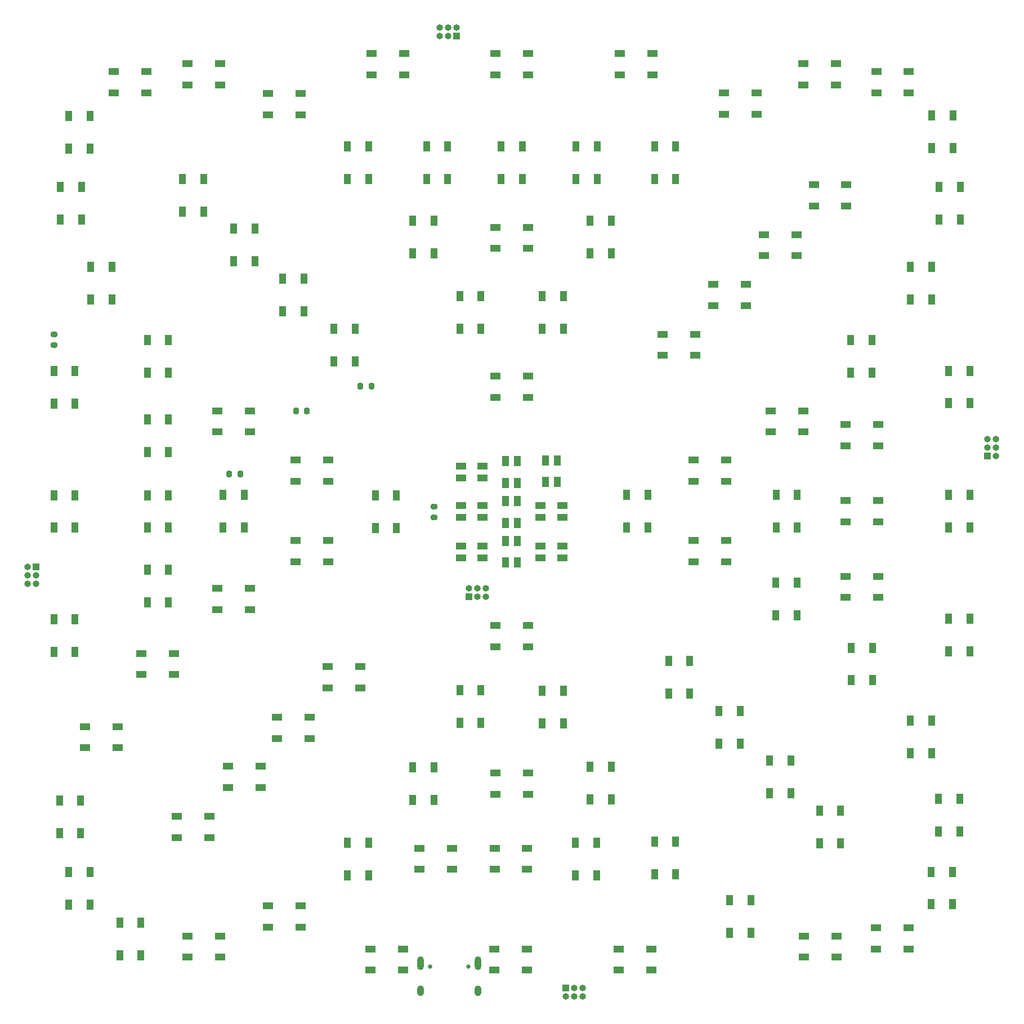
<source format=gbr>
%TF.GenerationSoftware,KiCad,Pcbnew,(6.0.6)*%
%TF.CreationDate,2022-06-29T12:44:08+02:00*%
%TF.ProjectId,CNLJS,434e4c4a-532e-46b6-9963-61645f706362,rev?*%
%TF.SameCoordinates,Original*%
%TF.FileFunction,Soldermask,Top*%
%TF.FilePolarity,Negative*%
%FSLAX46Y46*%
G04 Gerber Fmt 4.6, Leading zero omitted, Abs format (unit mm)*
G04 Created by KiCad (PCBNEW (6.0.6)) date 2022-06-29 12:44:08*
%MOMM*%
%LPD*%
G01*
G04 APERTURE LIST*
G04 Aperture macros list*
%AMRoundRect*
0 Rectangle with rounded corners*
0 $1 Rounding radius*
0 $2 $3 $4 $5 $6 $7 $8 $9 X,Y pos of 4 corners*
0 Add a 4 corners polygon primitive as box body*
4,1,4,$2,$3,$4,$5,$6,$7,$8,$9,$2,$3,0*
0 Add four circle primitives for the rounded corners*
1,1,$1+$1,$2,$3*
1,1,$1+$1,$4,$5*
1,1,$1+$1,$6,$7*
1,1,$1+$1,$8,$9*
0 Add four rect primitives between the rounded corners*
20,1,$1+$1,$2,$3,$4,$5,0*
20,1,$1+$1,$4,$5,$6,$7,0*
20,1,$1+$1,$6,$7,$8,$9,0*
20,1,$1+$1,$8,$9,$2,$3,0*%
G04 Aperture macros list end*
%ADD10R,1.000000X1.500000*%
%ADD11R,1.500000X1.000000*%
%ADD12R,1.500000X1.100000*%
%ADD13RoundRect,0.200000X-0.275000X0.200000X-0.275000X-0.200000X0.275000X-0.200000X0.275000X0.200000X0*%
%ADD14R,1.100000X1.500000*%
%ADD15R,1.000000X1.000000*%
%ADD16O,1.000000X1.000000*%
%ADD17RoundRect,0.200000X0.200000X0.275000X-0.200000X0.275000X-0.200000X-0.275000X0.200000X-0.275000X0*%
%ADD18RoundRect,0.200000X0.275000X-0.200000X0.275000X0.200000X-0.275000X0.200000X-0.275000X-0.200000X0*%
%ADD19C,0.650000*%
%ADD20O,1.000000X2.100000*%
%ADD21O,1.000000X1.600000*%
G04 APERTURE END LIST*
D10*
%TO.C,POS24*%
X155549995Y-38000000D03*
X152349995Y-38000000D03*
X152349995Y-42900000D03*
X155549995Y-42900000D03*
%TD*%
D11*
%TO.C,FIN8*%
X193000000Y-46950000D03*
X193000000Y-43750000D03*
X188100000Y-43750000D03*
X188100000Y-46950000D03*
%TD*%
%TO.C,POS81*%
X103300000Y-107650000D03*
X103300000Y-104450000D03*
X98400000Y-104450000D03*
X98400000Y-107650000D03*
%TD*%
%TO.C,POS58*%
X174900000Y-100450000D03*
X174900000Y-97250000D03*
X170000000Y-97250000D03*
X170000000Y-100450000D03*
%TD*%
D10*
%TO.C,POS61*%
X202649996Y-129300000D03*
X205849996Y-129300000D03*
X205849996Y-124400000D03*
X202649996Y-124400000D03*
%TD*%
%TO.C,FIN10*%
X173850000Y-127800000D03*
X177050000Y-127800000D03*
X177050000Y-122900000D03*
X173850000Y-122900000D03*
%TD*%
%TO.C,POS30*%
X152249995Y-147599996D03*
X155449995Y-147599996D03*
X155449995Y-142699996D03*
X152249995Y-142699996D03*
%TD*%
D12*
%TO.C,LED7*%
X135009992Y-98068851D03*
X135009992Y-99848851D03*
X138289992Y-99848851D03*
X138289992Y-98068851D03*
%TD*%
D10*
%TO.C,POS66*%
X178650000Y-151400000D03*
X175450000Y-151400000D03*
X175450000Y-156300000D03*
X178650000Y-156300000D03*
%TD*%
D11*
%TO.C,POS29*%
X140199992Y-132232315D03*
X140199992Y-135432315D03*
X145099992Y-135432315D03*
X145099992Y-132232315D03*
%TD*%
D10*
%TO.C,FIN12*%
X188950000Y-142800000D03*
X192150000Y-142800000D03*
X192150000Y-137900000D03*
X188950000Y-137900000D03*
%TD*%
%TO.C,POS78*%
X77850000Y-136400000D03*
X74650000Y-136400000D03*
X74650000Y-141300000D03*
X77850000Y-141300000D03*
%TD*%
%TO.C,POS71*%
X134850000Y-124700000D03*
X138050000Y-124700000D03*
X138050000Y-119800000D03*
X134850000Y-119800000D03*
%TD*%
D11*
%TO.C,POS27*%
X192899988Y-91246976D03*
X192899988Y-94446976D03*
X197799988Y-94446976D03*
X197799988Y-91246976D03*
%TD*%
D10*
%TO.C,POS47*%
X167350000Y-38000000D03*
X164150000Y-38000000D03*
X164150000Y-42900000D03*
X167350000Y-42900000D03*
%TD*%
D11*
%TO.C,POS56*%
X170000000Y-85150000D03*
X170000000Y-88350000D03*
X174900000Y-88350000D03*
X174900000Y-85150000D03*
%TD*%
D10*
%TO.C,FIN4*%
X96350000Y-42900000D03*
X93150000Y-42900000D03*
X93150000Y-47800000D03*
X96350000Y-47800000D03*
%TD*%
D11*
%TO.C,POS38*%
X87700000Y-29950000D03*
X87700000Y-26750000D03*
X82800000Y-26750000D03*
X82800000Y-29950000D03*
%TD*%
%TO.C,POS33*%
X98399999Y-77750000D03*
X98399999Y-80950000D03*
X103299999Y-80950000D03*
X103299999Y-77750000D03*
%TD*%
%TO.C,POS65*%
X186600000Y-156750000D03*
X186600000Y-159950000D03*
X191500000Y-159950000D03*
X191500000Y-156750000D03*
%TD*%
%TO.C,POS39*%
X98800000Y-28750000D03*
X98800000Y-25550000D03*
X93900000Y-25550000D03*
X93900000Y-28750000D03*
%TD*%
D10*
%TO.C,TP_LED_9*%
X211600000Y-71746976D03*
X208400000Y-71746976D03*
X208400000Y-76646976D03*
X211600000Y-76646976D03*
%TD*%
%TO.C,POS36*%
X77950000Y-44100000D03*
X74750000Y-44100000D03*
X74750000Y-49000000D03*
X77950000Y-49000000D03*
%TD*%
D13*
%TO.C,R22*%
X73800000Y-66275000D03*
X73800000Y-67925000D03*
%TD*%
D14*
%TO.C,LED2*%
X141759992Y-88598850D03*
X143539992Y-88598850D03*
X143539992Y-85318850D03*
X141759992Y-85318850D03*
%TD*%
D10*
%TO.C,TP_LED_2*%
X73800000Y-95350000D03*
X77000000Y-95350000D03*
X77000000Y-90450000D03*
X73800000Y-90450000D03*
%TD*%
%TO.C,POS72*%
X127750000Y-136300000D03*
X130950000Y-136300000D03*
X130950000Y-131400000D03*
X127750000Y-131400000D03*
%TD*%
D11*
%TO.C,TP_LED_4*%
X158900004Y-24050000D03*
X158900004Y-27250000D03*
X163800004Y-27250000D03*
X163800004Y-24050000D03*
%TD*%
D10*
%TO.C,POS69*%
X150450000Y-119900000D03*
X147250000Y-119900000D03*
X147250000Y-124800000D03*
X150450000Y-124800000D03*
%TD*%
%TO.C,POS17*%
X99249999Y-95299999D03*
X102449999Y-95299999D03*
X102449999Y-90399999D03*
X99249999Y-90399999D03*
%TD*%
D15*
%TO.C,J18*%
X134375000Y-21395000D03*
D16*
X134375000Y-20125000D03*
X133105000Y-21395000D03*
X133105000Y-20125000D03*
X131835000Y-21395000D03*
X131835000Y-20125000D03*
%TD*%
D11*
%TO.C,TP_LED_12*%
X163646969Y-161900000D03*
X163646969Y-158700000D03*
X158746969Y-158700000D03*
X158746969Y-161900000D03*
%TD*%
D10*
%TO.C,TP_LED_8*%
X211600000Y-90396976D03*
X208400000Y-90396976D03*
X208400000Y-95296976D03*
X211600000Y-95296976D03*
%TD*%
D11*
%TO.C,POS31*%
X140096969Y-143549996D03*
X140096969Y-146749996D03*
X144996969Y-146749996D03*
X144996969Y-143549996D03*
%TD*%
D10*
%TO.C,FIN9*%
X166250000Y-120300000D03*
X169450000Y-120300000D03*
X169450000Y-115400000D03*
X166250000Y-115400000D03*
%TD*%
D11*
%TO.C,TP_LED_11*%
X144950000Y-161900000D03*
X144950000Y-158700000D03*
X140050000Y-158700000D03*
X140050000Y-161900000D03*
%TD*%
D10*
%TO.C,POS52*%
X206950000Y-49000000D03*
X210150000Y-49000000D03*
X210150000Y-44100000D03*
X206950000Y-44100000D03*
%TD*%
D11*
%TO.C,FIN13*%
X115000000Y-116250000D03*
X115000000Y-119450000D03*
X119900000Y-119450000D03*
X119900000Y-116250000D03*
%TD*%
D10*
%TO.C,POS77*%
X79250000Y-147167677D03*
X76050000Y-147167677D03*
X76050000Y-152067677D03*
X79250000Y-152067677D03*
%TD*%
%TO.C,TP_LED_1*%
X73800000Y-76700000D03*
X77000000Y-76700000D03*
X77000000Y-71800000D03*
X73800000Y-71800000D03*
%TD*%
D12*
%TO.C,LED1*%
X138289992Y-87840000D03*
X138289992Y-86060000D03*
X135009992Y-86060000D03*
X135009992Y-87840000D03*
%TD*%
D10*
%TO.C,POS35*%
X82550000Y-56100000D03*
X79350000Y-56100000D03*
X79350000Y-61000000D03*
X82550000Y-61000000D03*
%TD*%
%TO.C,POS41*%
X117950000Y-42900000D03*
X121150000Y-42900000D03*
X121150000Y-38000000D03*
X117950000Y-38000000D03*
%TD*%
D11*
%TO.C,FIN16*%
X92300000Y-138750000D03*
X92300000Y-141950000D03*
X97200000Y-141950000D03*
X97200000Y-138750000D03*
%TD*%
%TO.C,POS26*%
X197799988Y-83049996D03*
X197799988Y-79849996D03*
X192899988Y-79849996D03*
X192899988Y-83049996D03*
%TD*%
%TO.C,TP_LED_5*%
X140250000Y-24050000D03*
X140250000Y-27250000D03*
X145150000Y-27250000D03*
X145150000Y-24050000D03*
%TD*%
D10*
%TO.C,POS57*%
X159950000Y-95300000D03*
X163150000Y-95300000D03*
X163150000Y-90400000D03*
X159950000Y-90400000D03*
%TD*%
%TO.C,POS23*%
X141100004Y-42900000D03*
X144300004Y-42900000D03*
X144300004Y-38000000D03*
X141100004Y-38000000D03*
%TD*%
D12*
%TO.C,LED8*%
X138289992Y-93798851D03*
X138289992Y-92018851D03*
X135009992Y-92018851D03*
X135009992Y-93798851D03*
%TD*%
D17*
%TO.C,R36*%
X101825000Y-87250000D03*
X100175000Y-87250000D03*
%TD*%
D11*
%TO.C,POS48*%
X179500000Y-33150000D03*
X179500000Y-29950000D03*
X174600000Y-29950000D03*
X174600000Y-33150000D03*
%TD*%
D10*
%TO.C,POS42*%
X127750000Y-54100000D03*
X130950000Y-54100000D03*
X130950000Y-49200000D03*
X127750000Y-49200000D03*
%TD*%
D11*
%TO.C,POS28*%
X192899988Y-102650001D03*
X192899988Y-105850001D03*
X197799988Y-105850001D03*
X197799988Y-102650001D03*
%TD*%
D18*
%TO.C,R35*%
X131000000Y-93825000D03*
X131000000Y-92175000D03*
%TD*%
D10*
%TO.C,POS73*%
X117950000Y-147600000D03*
X121150000Y-147600000D03*
X121150000Y-142700000D03*
X117950000Y-142700000D03*
%TD*%
D11*
%TO.C,POS80*%
X91900000Y-117450000D03*
X91900000Y-114250000D03*
X87000000Y-114250000D03*
X87000000Y-117450000D03*
%TD*%
D14*
%TO.C,LED6*%
X143539992Y-97318839D03*
X141759992Y-97318839D03*
X141759992Y-100598839D03*
X143539992Y-100598839D03*
%TD*%
D11*
%TO.C,POS55*%
X181600000Y-77750000D03*
X181600000Y-80950000D03*
X186500000Y-80950000D03*
X186500000Y-77750000D03*
%TD*%
D10*
%TO.C,POS51*%
X205850000Y-38264644D03*
X209050000Y-38264644D03*
X209050000Y-33364644D03*
X205850000Y-33364644D03*
%TD*%
D11*
%TO.C,FIN14*%
X107400000Y-123850000D03*
X107400000Y-127050000D03*
X112300000Y-127050000D03*
X112300000Y-123850000D03*
%TD*%
%TO.C,POS49*%
X191400000Y-28750000D03*
X191400000Y-25550000D03*
X186500000Y-25550000D03*
X186500000Y-28750000D03*
%TD*%
%TO.C,POS44*%
X145100000Y-75750000D03*
X145100000Y-72550000D03*
X140200000Y-72550000D03*
X140200000Y-75750000D03*
%TD*%
D10*
%TO.C,POS60*%
X193749988Y-118300000D03*
X196949988Y-118300000D03*
X196949988Y-113400000D03*
X193749988Y-113400000D03*
%TD*%
D11*
%TO.C,POS21*%
X140250004Y-50150005D03*
X140250004Y-53350005D03*
X145150004Y-53350005D03*
X145150004Y-50150005D03*
%TD*%
%TO.C,FIN7*%
X185500000Y-54450000D03*
X185500000Y-51250000D03*
X180600000Y-51250000D03*
X180600000Y-54450000D03*
%TD*%
%TO.C,FIN5*%
X170250000Y-69450000D03*
X170250000Y-66250000D03*
X165350000Y-66250000D03*
X165350000Y-69450000D03*
%TD*%
D10*
%TO.C,POS59*%
X182400000Y-108500000D03*
X185600000Y-108500000D03*
X185600000Y-103600000D03*
X182400000Y-103600000D03*
%TD*%
D14*
%TO.C,LED3*%
X147759992Y-88481172D03*
X149539992Y-88481172D03*
X149539992Y-85201172D03*
X147759992Y-85201172D03*
%TD*%
D11*
%TO.C,FIN15*%
X100000000Y-131250000D03*
X100000000Y-134450000D03*
X104900000Y-134450000D03*
X104900000Y-131250000D03*
%TD*%
%TO.C,TP_LED_10*%
X126346969Y-161900000D03*
X126346969Y-158700000D03*
X121446969Y-158700000D03*
X121446969Y-161900000D03*
%TD*%
D15*
%TO.C,J17*%
X71145000Y-101225000D03*
D16*
X69875000Y-101225000D03*
X71145000Y-102495000D03*
X69875000Y-102495000D03*
X71145000Y-103765000D03*
X69875000Y-103765000D03*
%TD*%
D10*
%TO.C,POS83*%
X125350000Y-90500000D03*
X122150000Y-90500000D03*
X122150000Y-95400000D03*
X125350000Y-95400000D03*
%TD*%
D17*
%TO.C,R33*%
X121575000Y-74050000D03*
X119925000Y-74050000D03*
%TD*%
D10*
%TO.C,POS63*%
X205750000Y-152000000D03*
X208950000Y-152000000D03*
X208950000Y-147100000D03*
X205750000Y-147100000D03*
%TD*%
%TO.C,POS54*%
X193650000Y-72000000D03*
X196850000Y-72000000D03*
X196850000Y-67100000D03*
X193650000Y-67100000D03*
%TD*%
D11*
%TO.C,POS70*%
X140200000Y-110050000D03*
X140200000Y-113250000D03*
X145100000Y-113250000D03*
X145100000Y-110050000D03*
%TD*%
%TO.C,POS84*%
X110200000Y-85150000D03*
X110200000Y-88350000D03*
X115100000Y-88350000D03*
X115100000Y-85150000D03*
%TD*%
D10*
%TO.C,POS37*%
X79250000Y-33400000D03*
X76050000Y-33400000D03*
X76050000Y-38300000D03*
X79250000Y-38300000D03*
%TD*%
%TO.C,POS19*%
X91049997Y-90450011D03*
X87849997Y-90450011D03*
X87849997Y-95350011D03*
X91049997Y-95350011D03*
%TD*%
%TO.C,POS22*%
X133049989Y-38000000D03*
X129849989Y-38000000D03*
X129849989Y-42900000D03*
X133049989Y-42900000D03*
%TD*%
%TO.C,POS76*%
X86903033Y-154767677D03*
X83703033Y-154767677D03*
X83703033Y-159667677D03*
X86903033Y-159667677D03*
%TD*%
D11*
%TO.C,POS64*%
X197482322Y-155550000D03*
X197482322Y-158750000D03*
X202382322Y-158750000D03*
X202382322Y-155550000D03*
%TD*%
D10*
%TO.C,TP_LED_3*%
X73800000Y-114000000D03*
X77000000Y-114000000D03*
X77000000Y-109100000D03*
X73800000Y-109100000D03*
%TD*%
%TO.C,POS67*%
X167350000Y-142600000D03*
X164150000Y-142600000D03*
X164150000Y-147500000D03*
X167350000Y-147500000D03*
%TD*%
D11*
%TO.C,POS75*%
X93900000Y-156750000D03*
X93900000Y-159950000D03*
X98800000Y-159950000D03*
X98800000Y-156750000D03*
%TD*%
%TO.C,FIN6*%
X177900000Y-61950000D03*
X177900000Y-58750000D03*
X173000000Y-58750000D03*
X173000000Y-61950000D03*
%TD*%
%TO.C,POS79*%
X83400000Y-128450000D03*
X83400000Y-125250000D03*
X78500000Y-125250000D03*
X78500000Y-128450000D03*
%TD*%
D10*
%TO.C,FIN3*%
X104050000Y-50400000D03*
X100850000Y-50400000D03*
X100850000Y-55300000D03*
X104050000Y-55300000D03*
%TD*%
%TO.C,POS34*%
X91050000Y-67100000D03*
X87850000Y-67100000D03*
X87850000Y-72000000D03*
X91050000Y-72000000D03*
%TD*%
%TO.C,FIN1*%
X119150000Y-65400000D03*
X115950000Y-65400000D03*
X115950000Y-70300000D03*
X119150000Y-70300000D03*
%TD*%
%TO.C,POS45*%
X150450000Y-60500000D03*
X147250000Y-60500000D03*
X147250000Y-65400000D03*
X150450000Y-65400000D03*
%TD*%
%TO.C,FIN11*%
X181450000Y-135300000D03*
X184650000Y-135300000D03*
X184650000Y-130400000D03*
X181450000Y-130400000D03*
%TD*%
D15*
%TO.C,J19*%
X214255000Y-84525000D03*
D16*
X215525000Y-84525000D03*
X214255000Y-83255000D03*
X215525000Y-83255000D03*
X214255000Y-81985000D03*
X215525000Y-81985000D03*
%TD*%
D10*
%TO.C,TP_LED_7*%
X211600000Y-109046976D03*
X208400000Y-109046976D03*
X208400000Y-113946976D03*
X211600000Y-113946976D03*
%TD*%
%TO.C,POS18*%
X91049997Y-101700000D03*
X87849997Y-101700000D03*
X87849997Y-106600000D03*
X91049997Y-106600000D03*
%TD*%
D12*
%TO.C,LED4*%
X147009992Y-92018851D03*
X147009992Y-93798851D03*
X150289992Y-93798851D03*
X150289992Y-92018851D03*
%TD*%
D10*
%TO.C,POS43*%
X134850000Y-65400000D03*
X138050000Y-65400000D03*
X138050000Y-60500000D03*
X134850000Y-60500000D03*
%TD*%
%TO.C,POS20*%
X91049997Y-79099996D03*
X87849997Y-79099996D03*
X87849997Y-83999996D03*
X91049997Y-83999996D03*
%TD*%
%TO.C,POS53*%
X202650000Y-61000000D03*
X205850000Y-61000000D03*
X205850000Y-56100000D03*
X202650000Y-56100000D03*
%TD*%
%TO.C,POS46*%
X157650000Y-49200000D03*
X154450000Y-49200000D03*
X154450000Y-54100000D03*
X157650000Y-54100000D03*
%TD*%
%TO.C,POS25*%
X182432332Y-95299999D03*
X185632332Y-95299999D03*
X185632332Y-90399999D03*
X182432332Y-90399999D03*
%TD*%
D11*
%TO.C,TP_LED_6*%
X121600004Y-24050000D03*
X121600004Y-27250000D03*
X126500004Y-27250000D03*
X126500004Y-24050000D03*
%TD*%
%TO.C,POS50*%
X202400000Y-29917677D03*
X202400000Y-26717677D03*
X197500000Y-26717677D03*
X197500000Y-29917677D03*
%TD*%
D15*
%TO.C,J20*%
X150825000Y-164555000D03*
D16*
X150825000Y-165825000D03*
X152095000Y-164555000D03*
X152095000Y-165825000D03*
X153365000Y-164555000D03*
X153365000Y-165825000D03*
%TD*%
D12*
%TO.C,LED5*%
X147009992Y-98068851D03*
X147009992Y-99848851D03*
X150289992Y-99848851D03*
X150289992Y-98068851D03*
%TD*%
D11*
%TO.C,POS40*%
X110900000Y-33250000D03*
X110900000Y-30050000D03*
X106000000Y-30050000D03*
X106000000Y-33250000D03*
%TD*%
%TO.C,POS74*%
X106000000Y-152250000D03*
X106000000Y-155450000D03*
X110900000Y-155450000D03*
X110900000Y-152250000D03*
%TD*%
D10*
%TO.C,FIN2*%
X111450000Y-57900000D03*
X108250000Y-57900000D03*
X108250000Y-62800000D03*
X111450000Y-62800000D03*
%TD*%
D11*
%TO.C,POS32*%
X128799989Y-143549996D03*
X128799989Y-146749996D03*
X133699989Y-146749996D03*
X133699989Y-143549996D03*
%TD*%
D10*
%TO.C,POS62*%
X206850000Y-141000000D03*
X210050000Y-141000000D03*
X210050000Y-136100000D03*
X206850000Y-136100000D03*
%TD*%
D14*
%TO.C,LED9*%
X141759992Y-94598838D03*
X143539992Y-94598838D03*
X143539992Y-91318838D03*
X141759992Y-91318838D03*
%TD*%
D10*
%TO.C,POS68*%
X157650000Y-131300000D03*
X154450000Y-131300000D03*
X154450000Y-136200000D03*
X157650000Y-136200000D03*
%TD*%
D11*
%TO.C,POS82*%
X115100000Y-100450000D03*
X115100000Y-97250000D03*
X110200000Y-97250000D03*
X110200000Y-100450000D03*
%TD*%
D17*
%TO.C,R34*%
X111875000Y-77750000D03*
X110225000Y-77750000D03*
%TD*%
D19*
%TO.C,J2*%
X136190000Y-161359000D03*
X130410000Y-161359000D03*
D20*
X137620000Y-160829000D03*
D21*
X137620000Y-165009000D03*
X128980000Y-165009000D03*
D20*
X128980000Y-160829000D03*
%TD*%
D15*
%TO.C,J1*%
X136210000Y-105770000D03*
D16*
X136210000Y-104500000D03*
X137480000Y-105770000D03*
X137480000Y-104500000D03*
X138750000Y-105770000D03*
X138750000Y-104500000D03*
%TD*%
M02*

</source>
